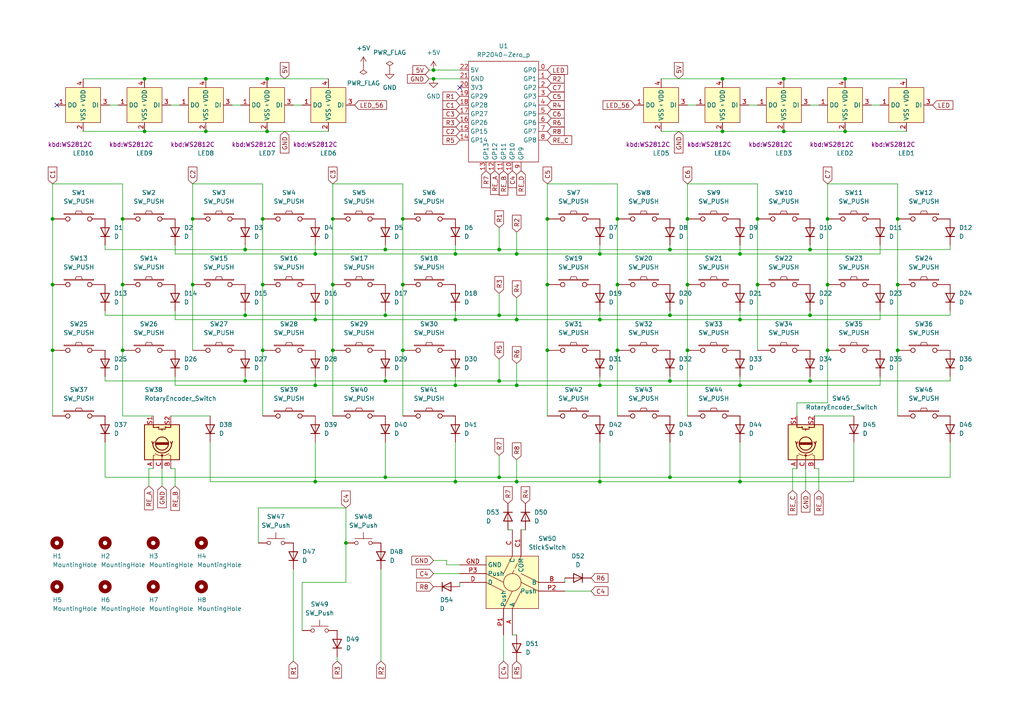
<source format=kicad_sch>
(kicad_sch (version 20230121) (generator eeschema)
  (paper "A4")
  (junction (at 132.08 92.71))
  (junction (at 41.91 38.1))
  (junction (at 132.08 111.76))
  (junction (at 111.76 91.44))
  (junction (at 71.12 72.39))
  (junction (at 194.31 91.44))
  (junction (at 194.31 110.49))
  (junction (at 111.76 138.43))
  (junction (at 227.33 38.1))
  (junction (at 144.78 138.43))
  (junction (at 96.52 82.55))
  (junction (at 132.08 139.7))
  (junction (at 158.75 101.6))
  (junction (at 35.56 82.55))
  (junction (at 111.76 110.49))
  (junction (at 199.39 82.55))
  (junction (at 179.07 101.6))
  (junction (at 214.63 92.71))
  (junction (at 219.71 82.55))
  (junction (at 173.99 73.66))
  (junction (at 35.56 63.5))
  (junction (at 199.39 101.6))
  (junction (at 149.86 92.71))
  (junction (at 245.11 38.1))
  (junction (at 234.95 91.44))
  (junction (at 214.63 139.7))
  (junction (at 96.52 63.5))
  (junction (at 179.07 63.5))
  (junction (at 214.63 111.76))
  (junction (at 116.84 82.55))
  (junction (at 35.56 101.6))
  (junction (at 194.31 72.39))
  (junction (at 125.73 22.86))
  (junction (at 240.03 82.55))
  (junction (at 214.63 73.66))
  (junction (at 76.2 101.6))
  (junction (at 76.2 63.5))
  (junction (at 91.44 111.76))
  (junction (at 234.95 72.39))
  (junction (at 59.69 22.86))
  (junction (at 209.55 22.86))
  (junction (at 132.08 73.66))
  (junction (at 173.99 111.76))
  (junction (at 234.95 110.49))
  (junction (at 219.71 63.5))
  (junction (at 227.33 22.86))
  (junction (at 149.86 139.7))
  (junction (at 59.69 38.1))
  (junction (at 55.88 63.5))
  (junction (at 209.55 38.1))
  (junction (at 15.24 63.5))
  (junction (at 144.78 91.44))
  (junction (at 260.35 101.6))
  (junction (at 149.86 111.76))
  (junction (at 240.03 101.6))
  (junction (at 71.12 110.49))
  (junction (at 91.44 73.66))
  (junction (at 149.86 73.66))
  (junction (at 77.47 22.86))
  (junction (at 55.88 82.55))
  (junction (at 144.78 110.49))
  (junction (at 91.44 92.71))
  (junction (at 194.31 138.43))
  (junction (at 158.75 63.5))
  (junction (at 116.84 101.6))
  (junction (at 245.11 22.86))
  (junction (at 240.03 63.5))
  (junction (at 158.75 82.55))
  (junction (at 96.52 101.6))
  (junction (at 15.24 82.55))
  (junction (at 173.99 92.71))
  (junction (at 144.78 72.39))
  (junction (at 179.07 82.55))
  (junction (at 125.73 20.32))
  (junction (at 76.2 82.55))
  (junction (at 111.76 72.39))
  (junction (at 100.33 157.48))
  (junction (at 91.44 139.7))
  (junction (at 116.84 63.5))
  (junction (at 260.35 82.55))
  (junction (at 199.39 63.5))
  (junction (at 71.12 91.44))
  (junction (at 41.91 22.86))
  (junction (at 260.35 63.5))
  (junction (at 15.24 101.6))
  (junction (at 173.99 139.7))
  (junction (at 77.47 38.1))
  (no_connect (at 16.51 30.48))
  (no_connect (at 133.35 25.4))
  (wire (pts (xy 149.86 133.35) (xy 149.86 139.7)))
  (wire (pts (xy 71.12 90.17) (xy 71.12 91.44)))
  (wire (pts (xy 71.12 72.39) (xy 71.12 71.12)))
  (wire (pts (xy 234.95 91.44) (xy 275.59 91.44)))
  (wire (pts (xy 67.31 30.48) (xy 69.85 30.48)))
  (wire (pts (xy 71.12 109.22) (xy 71.12 110.49)))
  (wire (pts (xy 191.77 38.1) (xy 209.55 38.1)))
  (wire (pts (xy 35.56 101.6) (xy 35.56 120.65)))
  (wire (pts (xy 219.71 53.34) (xy 219.71 63.5)))
  (wire (pts (xy 60.96 139.7) (xy 91.44 139.7)))
  (wire (pts (xy 191.77 22.86) (xy 209.55 22.86)))
  (wire (pts (xy 173.99 109.22) (xy 173.99 111.76)))
  (wire (pts (xy 30.48 90.17) (xy 30.48 91.44)))
  (wire (pts (xy 111.76 128.27) (xy 111.76 138.43)))
  (wire (pts (xy 245.11 38.1) (xy 262.89 38.1)))
  (wire (pts (xy 179.07 101.6) (xy 179.07 120.65)))
  (wire (pts (xy 194.31 109.22) (xy 194.31 110.49)))
  (wire (pts (xy 15.24 63.5) (xy 15.24 82.55)))
  (wire (pts (xy 252.73 30.48) (xy 255.27 30.48)))
  (wire (pts (xy 129.54 163.83) (xy 133.35 163.83)))
  (wire (pts (xy 30.48 91.44) (xy 71.12 91.44)))
  (wire (pts (xy 214.63 71.12) (xy 214.63 73.66)))
  (wire (pts (xy 233.68 135.89) (xy 233.68 142.24)))
  (wire (pts (xy 199.39 53.34) (xy 199.39 63.5)))
  (wire (pts (xy 91.44 90.17) (xy 91.44 92.71)))
  (wire (pts (xy 149.86 105.41) (xy 149.86 111.76)))
  (wire (pts (xy 199.39 63.5) (xy 199.39 82.55)))
  (wire (pts (xy 59.69 38.1) (xy 77.47 38.1)))
  (wire (pts (xy 209.55 22.86) (xy 227.33 22.86)))
  (wire (pts (xy 255.27 111.76) (xy 214.63 111.76)))
  (wire (pts (xy 85.09 165.1) (xy 85.09 191.77)))
  (wire (pts (xy 49.53 120.65) (xy 60.96 120.65)))
  (wire (pts (xy 116.84 53.34) (xy 116.84 63.5)))
  (wire (pts (xy 240.03 82.55) (xy 240.03 101.6)))
  (wire (pts (xy 96.52 63.5) (xy 96.52 82.55)))
  (wire (pts (xy 100.33 168.91) (xy 87.63 168.91)))
  (wire (pts (xy 194.31 128.27) (xy 194.31 138.43)))
  (wire (pts (xy 91.44 111.76) (xy 50.8 111.76)))
  (wire (pts (xy 132.08 73.66) (xy 149.86 73.66)))
  (wire (pts (xy 194.31 71.12) (xy 194.31 72.39)))
  (wire (pts (xy 91.44 109.22) (xy 91.44 111.76)))
  (wire (pts (xy 132.08 92.71) (xy 149.86 92.71)))
  (wire (pts (xy 147.32 153.67) (xy 148.59 153.67)))
  (wire (pts (xy 240.03 101.6) (xy 240.03 116.84)))
  (wire (pts (xy 240.03 53.34) (xy 240.03 63.5)))
  (wire (pts (xy 173.99 73.66) (xy 214.63 73.66)))
  (wire (pts (xy 149.86 111.76) (xy 132.08 111.76)))
  (wire (pts (xy 199.39 30.48) (xy 201.93 30.48)))
  (wire (pts (xy 55.88 53.34) (xy 76.2 53.34)))
  (wire (pts (xy 50.8 92.71) (xy 91.44 92.71)))
  (wire (pts (xy 60.96 128.27) (xy 60.96 139.7)))
  (wire (pts (xy 163.83 167.64) (xy 163.83 168.91)))
  (wire (pts (xy 260.35 82.55) (xy 260.35 101.6)))
  (wire (pts (xy 199.39 82.55) (xy 199.39 101.6)))
  (wire (pts (xy 116.84 82.55) (xy 116.84 101.6)))
  (wire (pts (xy 173.99 90.17) (xy 173.99 92.71)))
  (wire (pts (xy 275.59 91.44) (xy 275.59 90.17)))
  (wire (pts (xy 199.39 101.6) (xy 199.39 120.65)))
  (wire (pts (xy 158.75 82.55) (xy 158.75 101.6)))
  (wire (pts (xy 229.87 135.89) (xy 231.14 135.89)))
  (wire (pts (xy 125.73 22.86) (xy 133.35 22.86)))
  (wire (pts (xy 100.33 157.48) (xy 100.33 168.91)))
  (wire (pts (xy 132.08 109.22) (xy 132.08 111.76)))
  (wire (pts (xy 173.99 111.76) (xy 149.86 111.76)))
  (wire (pts (xy 96.52 101.6) (xy 96.52 120.65)))
  (wire (pts (xy 247.65 139.7) (xy 247.65 128.27)))
  (wire (pts (xy 231.14 116.84) (xy 231.14 120.65)))
  (wire (pts (xy 149.86 139.7) (xy 173.99 139.7)))
  (wire (pts (xy 30.48 110.49) (xy 71.12 110.49)))
  (wire (pts (xy 41.91 38.1) (xy 59.69 38.1)))
  (wire (pts (xy 129.54 162.56) (xy 129.54 163.83)))
  (wire (pts (xy 144.78 104.14) (xy 144.78 110.49)))
  (wire (pts (xy 30.48 72.39) (xy 71.12 72.39)))
  (wire (pts (xy 46.99 135.89) (xy 46.99 140.97)))
  (wire (pts (xy 234.95 30.48) (xy 237.49 30.48)))
  (wire (pts (xy 85.09 30.48) (xy 87.63 30.48)))
  (wire (pts (xy 30.48 71.12) (xy 30.48 72.39)))
  (wire (pts (xy 76.2 53.34) (xy 76.2 63.5)))
  (wire (pts (xy 30.48 109.22) (xy 30.48 110.49)))
  (wire (pts (xy 111.76 91.44) (xy 144.78 91.44)))
  (wire (pts (xy 110.49 165.1) (xy 110.49 191.77)))
  (wire (pts (xy 236.22 120.65) (xy 247.65 120.65)))
  (wire (pts (xy 59.69 22.86) (xy 77.47 22.86)))
  (wire (pts (xy 132.08 90.17) (xy 132.08 92.71)))
  (wire (pts (xy 260.35 53.34) (xy 260.35 63.5)))
  (wire (pts (xy 49.53 30.48) (xy 52.07 30.48)))
  (wire (pts (xy 234.95 71.12) (xy 234.95 72.39)))
  (wire (pts (xy 111.76 138.43) (xy 144.78 138.43)))
  (wire (pts (xy 111.76 72.39) (xy 111.76 71.12)))
  (wire (pts (xy 30.48 138.43) (xy 111.76 138.43)))
  (wire (pts (xy 194.31 91.44) (xy 234.95 91.44)))
  (wire (pts (xy 133.35 170.18) (xy 133.35 168.91)))
  (wire (pts (xy 35.56 82.55) (xy 35.56 101.6)))
  (wire (pts (xy 275.59 72.39) (xy 275.59 71.12)))
  (wire (pts (xy 125.73 20.32) (xy 133.35 20.32)))
  (wire (pts (xy 91.44 73.66) (xy 132.08 73.66)))
  (wire (pts (xy 116.84 101.6) (xy 116.84 120.65)))
  (wire (pts (xy 237.49 142.24) (xy 237.49 135.89)))
  (wire (pts (xy 245.11 22.86) (xy 262.89 22.86)))
  (wire (pts (xy 76.2 82.55) (xy 76.2 101.6)))
  (wire (pts (xy 132.08 128.27) (xy 132.08 139.7)))
  (wire (pts (xy 50.8 111.76) (xy 50.8 109.22)))
  (wire (pts (xy 50.8 73.66) (xy 91.44 73.66)))
  (wire (pts (xy 50.8 71.12) (xy 50.8 73.66)))
  (wire (pts (xy 50.8 90.17) (xy 50.8 92.71)))
  (wire (pts (xy 260.35 101.6) (xy 260.35 120.65)))
  (wire (pts (xy 15.24 53.34) (xy 15.24 63.5)))
  (wire (pts (xy 35.56 120.65) (xy 44.45 120.65)))
  (wire (pts (xy 214.63 92.71) (xy 255.27 92.71)))
  (wire (pts (xy 124.46 20.32) (xy 125.73 20.32)))
  (wire (pts (xy 149.86 73.66) (xy 173.99 73.66)))
  (wire (pts (xy 77.47 22.86) (xy 95.25 22.86)))
  (wire (pts (xy 214.63 90.17) (xy 214.63 92.71)))
  (wire (pts (xy 219.71 63.5) (xy 219.71 82.55)))
  (wire (pts (xy 179.07 53.34) (xy 179.07 63.5)))
  (wire (pts (xy 144.78 132.08) (xy 144.78 138.43)))
  (wire (pts (xy 91.44 128.27) (xy 91.44 139.7)))
  (wire (pts (xy 219.71 82.55) (xy 219.71 101.6)))
  (wire (pts (xy 217.17 30.48) (xy 219.71 30.48)))
  (wire (pts (xy 152.4 153.67) (xy 151.13 153.67)))
  (wire (pts (xy 50.8 135.89) (xy 49.53 135.89)))
  (wire (pts (xy 144.78 85.09) (xy 144.78 91.44)))
  (wire (pts (xy 144.78 72.39) (xy 194.31 72.39)))
  (wire (pts (xy 158.75 63.5) (xy 158.75 82.55)))
  (wire (pts (xy 146.05 191.77) (xy 146.05 184.15)))
  (wire (pts (xy 96.52 53.34) (xy 96.52 63.5)))
  (wire (pts (xy 144.78 110.49) (xy 194.31 110.49)))
  (wire (pts (xy 227.33 22.86) (xy 245.11 22.86)))
  (wire (pts (xy 234.95 72.39) (xy 275.59 72.39)))
  (wire (pts (xy 77.47 38.1) (xy 95.25 38.1)))
  (wire (pts (xy 41.91 22.86) (xy 59.69 22.86)))
  (wire (pts (xy 194.31 110.49) (xy 234.95 110.49)))
  (wire (pts (xy 132.08 139.7) (xy 149.86 139.7)))
  (wire (pts (xy 255.27 109.22) (xy 255.27 111.76)))
  (wire (pts (xy 132.08 71.12) (xy 132.08 73.66)))
  (wire (pts (xy 240.03 53.34) (xy 260.35 53.34)))
  (wire (pts (xy 171.45 171.45) (xy 163.83 171.45)))
  (wire (pts (xy 214.63 128.27) (xy 214.63 139.7)))
  (wire (pts (xy 91.44 92.71) (xy 132.08 92.71)))
  (wire (pts (xy 158.75 101.6) (xy 158.75 120.65)))
  (wire (pts (xy 234.95 90.17) (xy 234.95 91.44)))
  (wire (pts (xy 71.12 91.44) (xy 111.76 91.44)))
  (wire (pts (xy 55.88 53.34) (xy 55.88 63.5)))
  (wire (pts (xy 234.95 110.49) (xy 275.59 110.49)))
  (wire (pts (xy 199.39 53.34) (xy 219.71 53.34)))
  (wire (pts (xy 209.55 38.1) (xy 227.33 38.1)))
  (wire (pts (xy 15.24 53.34) (xy 35.56 53.34)))
  (wire (pts (xy 214.63 73.66) (xy 255.27 73.66)))
  (wire (pts (xy 214.63 139.7) (xy 247.65 139.7)))
  (wire (pts (xy 35.56 63.5) (xy 35.56 82.55)))
  (wire (pts (xy 149.86 67.31) (xy 149.86 73.66)))
  (wire (pts (xy 144.78 91.44) (xy 194.31 91.44)))
  (wire (pts (xy 111.76 72.39) (xy 144.78 72.39)))
  (wire (pts (xy 15.24 101.6) (xy 15.24 120.65)))
  (wire (pts (xy 275.59 110.49) (xy 275.59 109.22)))
  (wire (pts (xy 74.93 147.32) (xy 100.33 147.32)))
  (wire (pts (xy 35.56 53.34) (xy 35.56 63.5)))
  (wire (pts (xy 96.52 82.55) (xy 96.52 101.6)))
  (wire (pts (xy 76.2 63.5) (xy 76.2 82.55)))
  (wire (pts (xy 111.76 109.22) (xy 111.76 110.49)))
  (wire (pts (xy 179.07 82.55) (xy 179.07 101.6)))
  (wire (pts (xy 111.76 110.49) (xy 144.78 110.49)))
  (wire (pts (xy 255.27 73.66) (xy 255.27 71.12)))
  (wire (pts (xy 149.86 86.36) (xy 149.86 92.71)))
  (wire (pts (xy 55.88 63.5) (xy 55.88 82.55)))
  (wire (pts (xy 71.12 72.39) (xy 111.76 72.39)))
  (wire (pts (xy 76.2 101.6) (xy 76.2 120.65)))
  (wire (pts (xy 125.73 162.56) (xy 129.54 162.56)))
  (wire (pts (xy 87.63 168.91) (xy 87.63 182.88)))
  (wire (pts (xy 173.99 139.7) (xy 214.63 139.7)))
  (wire (pts (xy 30.48 128.27) (xy 30.48 138.43)))
  (wire (pts (xy 97.79 190.5) (xy 97.79 191.77)))
  (wire (pts (xy 43.18 135.89) (xy 44.45 135.89)))
  (wire (pts (xy 96.52 53.34) (xy 116.84 53.34)))
  (wire (pts (xy 173.99 71.12) (xy 173.99 73.66)))
  (wire (pts (xy 149.86 184.15) (xy 148.59 184.15)))
  (wire (pts (xy 240.03 116.84) (xy 231.14 116.84)))
  (wire (pts (xy 194.31 72.39) (xy 234.95 72.39)))
  (wire (pts (xy 158.75 53.34) (xy 179.07 53.34)))
  (wire (pts (xy 194.31 138.43) (xy 275.59 138.43)))
  (wire (pts (xy 125.73 166.37) (xy 133.35 166.37)))
  (wire (pts (xy 179.07 63.5) (xy 179.07 82.55)))
  (wire (pts (xy 237.49 135.89) (xy 236.22 135.89)))
  (wire (pts (xy 43.18 140.97) (xy 43.18 135.89)))
  (wire (pts (xy 214.63 111.76) (xy 173.99 111.76)))
  (wire (pts (xy 71.12 110.49) (xy 111.76 110.49)))
  (wire (pts (xy 100.33 157.48) (xy 100.33 147.32)))
  (wire (pts (xy 229.87 142.24) (xy 229.87 135.89)))
  (wire (pts (xy 91.44 71.12) (xy 91.44 73.66)))
  (wire (pts (xy 255.27 92.71) (xy 255.27 90.17)))
  (wire (pts (xy 74.93 157.48) (xy 74.93 147.32)))
  (wire (pts (xy 15.24 82.55) (xy 15.24 101.6)))
  (wire (pts (xy 260.35 63.5) (xy 260.35 82.55)))
  (wire (pts (xy 24.13 38.1) (xy 41.91 38.1)))
  (wire (pts (xy 124.46 22.86) (xy 125.73 22.86)))
  (wire (pts (xy 149.86 92.71) (xy 173.99 92.71)))
  (wire (pts (xy 24.13 22.86) (xy 41.91 22.86)))
  (wire (pts (xy 240.03 63.5) (xy 240.03 82.55)))
  (wire (pts (xy 55.88 82.55) (xy 55.88 101.6)))
  (wire (pts (xy 194.31 90.17) (xy 194.31 91.44)))
  (wire (pts (xy 144.78 66.04) (xy 144.78 72.39)))
  (wire (pts (xy 234.95 109.22) (xy 234.95 110.49)))
  (wire (pts (xy 227.33 38.1) (xy 245.11 38.1)))
  (wire (pts (xy 132.08 111.76) (xy 91.44 111.76)))
  (wire (pts (xy 31.75 30.48) (xy 34.29 30.48)))
  (wire (pts (xy 144.78 138.43) (xy 194.31 138.43)))
  (wire (pts (xy 91.44 139.7) (xy 132.08 139.7)))
  (wire (pts (xy 158.75 53.34) (xy 158.75 63.5)))
  (wire (pts (xy 111.76 90.17) (xy 111.76 91.44)))
  (wire (pts (xy 214.63 109.22) (xy 214.63 111.76)))
  (wire (pts (xy 116.84 63.5) (xy 116.84 82.55)))
  (wire (pts (xy 50.8 140.97) (xy 50.8 135.89)))
  (wire (pts (xy 275.59 138.43) (xy 275.59 128.27)))
  (wire (pts (xy 173.99 92.71) (xy 214.63 92.71)))
  (wire (pts (xy 173.99 128.27) (xy 173.99 139.7)))
  (global_label "LED" (shape input) (at 158.75 20.32 0) (property "Intersheetrefs" "${INTERSHEET_REFS}" (effects hide)))
  (global_label "C6" (shape input) (at 158.75 33.02 0) (property "Intersheetrefs" "${INTERSHEET_REFS}" (effects hide)))
  (global_label "R3" (shape input) (at 133.35 35.56 180) (property "Intersheetrefs" "${INTERSHEET_REFS}" (effects hide)))
  (global_label "RE_D" (shape input) (at 151.13 49.53 270) (property "Intersheetrefs" "${INTERSHEET_REFS}" (effects hide)))
  (global_label "RE_D" (shape input) (at 237.49 142.24 270) (property "Intersheetrefs" "${INTERSHEET_REFS}" (effects hide)))
  (global_label "R6" (shape input) (at 158.75 35.56 0) (property "Intersheetrefs" "${INTERSHEET_REFS}" (effects hide)))
  (global_label "C4" (shape input) (at 171.45 171.45 0) (property "Intersheetrefs" "${INTERSHEET_REFS}" (effects hide)))
  (global_label "RE_A" (shape input) (at 43.18 140.97 270) (property "Intersheetrefs" "${INTERSHEET_REFS}" (effects hide)))
  (global_label "GND" (shape input) (at 82.55 38.1 270) (property "Intersheetrefs" "${INTERSHEET_REFS}" (effects hide)))
  (global_label "R7" (shape input) (at 140.97 49.53 270) (property "Intersheetrefs" "${INTERSHEET_REFS}" (effects hide)))
  (global_label "LED" (shape input) (at 270.51 30.48 0) (property "Intersheetrefs" "${INTERSHEET_REFS}" (effects hide)))
  (global_label "C4" (shape input) (at 148.59 49.53 270) (property "Intersheetrefs" "${INTERSHEET_REFS}" (effects hide)))
  (global_label "R6" (shape input) (at 149.86 105.41 90) (property "Intersheetrefs" "${INTERSHEET_REFS}" (effects hide)))
  (global_label "C1" (shape input) (at 133.35 30.48 180) (property "Intersheetrefs" "${INTERSHEET_REFS}" (effects hide)))
  (global_label "RE_B" (shape input) (at 146.05 49.53 270) (property "Intersheetrefs" "${INTERSHEET_REFS}" (effects hide)))
  (global_label "C4" (shape input) (at 100.33 147.32 90) (property "Intersheetrefs" "${INTERSHEET_REFS}" (effects hide)))
  (global_label "R5" (shape input) (at 144.78 104.14 90) (property "Intersheetrefs" "${INTERSHEET_REFS}" (effects hide)))
  (global_label "GND" (shape input) (at 196.85 38.1 270) (property "Intersheetrefs" "${INTERSHEET_REFS}" (effects hide)))
  (global_label "R2" (shape input) (at 110.49 191.77 270) (property "Intersheetrefs" "${INTERSHEET_REFS}" (effects hide)))
  (global_label "R1" (shape input) (at 133.35 27.94 180) (property "Intersheetrefs" "${INTERSHEET_REFS}" (effects hide)))
  (global_label "C5" (shape input) (at 158.75 27.94 0) (property "Intersheetrefs" "${INTERSHEET_REFS}" (effects hide)))
  (global_label "C2" (shape input) (at 55.88 53.34 90) (property "Intersheetrefs" "${INTERSHEET_REFS}" (effects hide)))
  (global_label "R8" (shape input) (at 125.73 170.18 180) (property "Intersheetrefs" "${INTERSHEET_REFS}" (effects hide)))
  (global_label "C1" (shape input) (at 15.24 53.34 90) (property "Intersheetrefs" "${INTERSHEET_REFS}" (effects hide)))
  (global_label "RE_C" (shape input) (at 158.75 40.64 0) (property "Intersheetrefs" "${INTERSHEET_REFS}" (effects hide)))
  (global_label "R1" (shape input) (at 85.09 191.77 270) (property "Intersheetrefs" "${INTERSHEET_REFS}" (effects hide)))
  (global_label "C4" (shape input) (at 125.73 166.37 180) (property "Intersheetrefs" "${INTERSHEET_REFS}" (effects hide)))
  (global_label "R5" (shape input) (at 149.86 191.77 270) (property "Intersheetrefs" "${INTERSHEET_REFS}" (effects hide)))
  (global_label "C2" (shape input) (at 133.35 38.1 180) (property "Intersheetrefs" "${INTERSHEET_REFS}" (effects hide)))
  (global_label "R4" (shape input) (at 158.75 30.48 0) (property "Intersheetrefs" "${INTERSHEET_REFS}" (effects hide)))
  (global_label "C5" (shape input) (at 158.75 53.34 90) (property "Intersheetrefs" "${INTERSHEET_REFS}" (effects hide)))
  (global_label "R6" (shape input) (at 171.45 167.64 0) (property "Intersheetrefs" "${INTERSHEET_REFS}" (effects hide)))
  (global_label "C3" (shape input) (at 96.52 53.34 90) (property "Intersheetrefs" "${INTERSHEET_REFS}" (effects hide)))
  (global_label "C7" (shape input) (at 240.03 53.34 90) (property "Intersheetrefs" "${INTERSHEET_REFS}" (effects hide)))
  (global_label "RE_A" (shape input) (at 143.51 49.53 270) (property "Intersheetrefs" "${INTERSHEET_REFS}" (effects hide)))
  (global_label "GND" (shape input) (at 124.46 22.86 180) (property "Intersheetrefs" "${INTERSHEET_REFS}" (effects hide)))
  (global_label "5V" (shape input) (at 124.46 20.32 180) (property "Intersheetrefs" "${INTERSHEET_REFS}" (effects hide)))
  (global_label "C4" (shape input) (at 146.05 191.77 270) (property "Intersheetrefs" "${INTERSHEET_REFS}" (effects hide)))
  (global_label "RE_C" (shape input) (at 229.87 142.24 270) (property "Intersheetrefs" "${INTERSHEET_REFS}" (effects hide)))
  (global_label "R2" (shape input) (at 149.86 67.31 90) (property "Intersheetrefs" "${INTERSHEET_REFS}" (effects hide)))
  (global_label "5V" (shape input) (at 196.85 22.86 90) (property "Intersheetrefs" "${INTERSHEET_REFS}" (effects hide)))
  (global_label "GND" (shape input) (at 233.68 142.24 270) (property "Intersheetrefs" "${INTERSHEET_REFS}" (effects hide)))
  (global_label "R4" (shape input) (at 152.4 146.05 90) (property "Intersheetrefs" "${INTERSHEET_REFS}" (effects hide)))
  (global_label "5V" (shape input) (at 82.55 22.86 90) (property "Intersheetrefs" "${INTERSHEET_REFS}" (effects hide)))
  (global_label "R8" (shape input) (at 149.86 133.35 90) (property "Intersheetrefs" "${INTERSHEET_REFS}" (effects hide)))
  (global_label "R1" (shape input) (at 144.78 66.04 90) (property "Intersheetrefs" "${INTERSHEET_REFS}" (effects hide)))
  (global_label "R7" (shape input) (at 144.78 132.08 90) (property "Intersheetrefs" "${INTERSHEET_REFS}" (effects hide)))
  (global_label "C7" (shape input) (at 158.75 25.4 0) (property "Intersheetrefs" "${INTERSHEET_REFS}" (effects hide)))
  (global_label "C6" (shape input) (at 199.39 53.34 90) (property "Intersheetrefs" "${INTERSHEET_REFS}" (effects hide)))
  (global_label "GND" (shape input) (at 125.73 162.56 180) (property "Intersheetrefs" "${INTERSHEET_REFS}" (effects hide)))
  (global_label "LED_56" (shape input) (at 184.15 30.48 180) (property "Intersheetrefs" "${INTERSHEET_REFS}" (effects hide)))
  (global_label "R2" (shape input) (at 158.75 22.86 0) (property "Intersheetrefs" "${INTERSHEET_REFS}" (effects hide)))
  (global_label "R5" (shape input) (at 133.35 40.64 180) (property "Intersheetrefs" "${INTERSHEET_REFS}" (effects hide)))
  (global_label "C3" (shape input) (at 133.35 33.02 180) (property "Intersheetrefs" "${INTERSHEET_REFS}" (effects hide)))
  (global_label "RE_B" (shape input) (at 50.8 140.97 270) (property "Intersheetrefs" "${INTERSHEET_REFS}" (effects hide)))
  (global_label "R3" (shape input) (at 144.78 85.09 90) (property "Intersheetrefs" "${INTERSHEET_REFS}" (effects hide)))
  (global_label "R3" (shape input) (at 97.79 191.77 270) (property "Intersheetrefs" "${INTERSHEET_REFS}" (effects hide)))
  (global_label "LED_56" (shape input) (at 102.87 30.48 0) (property "Intersheetrefs" "${INTERSHEET_REFS}" (effects hide)))
  (global_label "R4" (shape input) (at 149.86 86.36 90) (property "Intersheetrefs" "${INTERSHEET_REFS}" (effects hide)))
  (global_label "R7" (shape input) (at 147.32 146.05 90) (property "Intersheetrefs" "${INTERSHEET_REFS}" (effects hide)))
  (global_label "R8" (shape input) (at 158.75 38.1 0) (property "Intersheetrefs" "${INTERSHEET_REFS}" (effects hide)))
  (global_label "GND" (shape input) (at 46.99 140.97 270) (property "Intersheetrefs" "${INTERSHEET_REFS}" (effects hide)))
  (symbol (lib_id "power:+5V") (at 105.41 19.05 0) (unit 1)
    (property "Reference" "#PWR03" (effects hide))
    (property "Value" "+5V" (at 105.41 13.97 0))
  )
  (symbol (lib_id "Mechanical:MountingHole") (at 16.51 170.18 0) (unit 1)
    (property "Reference" "H5" (at 15.24 173.99 0) (effects (justify left)))
    (property "Value" "MountingHole" (at 15.24 176.53 0) (effects (justify left)))
    (property "Footprint" "kbd:TH_M2_spacer_hex_3" (effects hide))
  )
  (symbol (lib_id "kbd:SW_PUSH") (at 227.33 82.55 0) (unit 1)
    (property "Reference" "SW22" (at 227.33 74.93 0))
    (property "Value" "SW_PUSH" (at 227.33 77.47 0))
    (property "Footprint" "kbd:chocV1_V2_socket_1" (effects hide))
  )
  (symbol (lib_id "kbd:SW_PUSH") (at 267.97 120.65 0) (unit 1)
    (property "Reference" "SW46" (at 267.97 113.03 0))
    (property "Value" "SW_PUSH" (at 267.97 115.57 0))
    (property "Footprint" "kbd:chocV1_V2_socket_1" (effects hide))
  )
  (symbol (lib_id "Mechanical:MountingHole") (at 16.51 157.48 0) (unit 1)
    (property "Reference" "H1" (at 15.24 161.29 0) (effects (justify left)))
    (property "Value" "MountingHole" (at 15.24 163.83 0) (effects (justify left)))
    (property "Footprint" "kbd:TH_M2_spacer_hex_3" (effects hide))
  )
  (symbol (lib_id "kbd:RP2040-Zero_p") (at 146.05 34.29 0) (unit 1)
    (property "Reference" "U1" (at 146.05 13.335 0))
    (property "Value" "RP2040-Zero_p" (at 146.05 15.875 0))
    (property "Footprint" "kbd:RP2040-Zero_SM_B_v4" (effects hide))
  )
  (symbol (lib_id "kbd:WS2812C") (at 227.33 30.48 180) (unit 1)
    (property "Reference" "LED3" (at 227.33 44.45 0))
    (property "Value" "~" (at 227.33 30.48 0))
    (property "Footprint" "kbd:WS2812C" (at 223.52 41.91 0))
  )
  (symbol (lib_id "power:+5V") (at 125.73 20.32 0) (unit 1)
    (property "Reference" "#PWR01" (effects hide))
    (property "Value" "+5V" (at 125.73 15.24 0))
  )
  (symbol (lib_id "Device:D") (at 132.08 105.41 90) (unit 1)
    (property "Reference" "D30" (at 134.62 104.14 90) (effects (justify right)))
    (property "Value" "D" (at 134.62 106.68 90) (effects (justify right)))
    (property "Footprint" "kbd:ChocV1_V2_Hotswap" (effects hide))
    (property "Sim.Device" "D" (effects hide))
    (property "Sim.Pins" "1=K 2=A" (effects hide))
  )
  (symbol (lib_id "kbd:SW_PUSH") (at 83.82 120.65 0) (unit 1)
    (property "Reference" "SW39" (at 83.82 113.03 0))
    (property "Value" "SW_PUSH" (at 83.82 115.57 0))
    (property "Footprint" "kbd:chocV1_V2_socket_1" (effects hide))
  )
  (symbol (lib_id "Device:D") (at 91.44 105.41 90) (unit 1)
    (property "Reference" "D28" (at 93.98 104.14 90) (effects (justify right)))
    (property "Value" "D" (at 93.98 106.68 90) (effects (justify right)))
    (property "Footprint" "kbd:ChocV1_V2_Hotswap" (effects hide))
    (property "Sim.Device" "D" (effects hide))
    (property "Sim.Pins" "1=K 2=A" (effects hide))
  )
  (symbol (lib_id "kbd:SW_PUSH") (at 207.01 63.5 0) (unit 1)
    (property "Reference" "SW9" (at 207.01 55.88 0))
    (property "Value" "SW_PUSH" (at 207.01 58.42 0))
    (property "Footprint" "kbd:chocV1_V2_socket_1" (effects hide))
  )
  (symbol (lib_id "Device:D") (at 214.63 124.46 90) (unit 1)
    (property "Reference" "D44" (at 217.17 123.19 90) (effects (justify right)))
    (property "Value" "D" (at 217.17 125.73 90) (effects (justify right)))
    (property "Footprint" "kbd:ChocV1_V2_Hotswap" (effects hide))
    (property "Sim.Device" "D" (effects hide))
    (property "Sim.Pins" "1=K 2=A" (effects hide))
  )
  (symbol (lib_id "Device:RotaryEncoder_Switch") (at 233.68 128.27 90) (unit 1)
    (property "Reference" "SW45" (at 241.3 115.57 90) (effects (justify right)))
    (property "Value" "RotaryEncoder_Switch" (at 233.68 118.11 90) (effects (justify right)))
    (property "Footprint" "kbd:EC12D_RE" (effects hide))
  )
  (symbol (lib_id "Device:D") (at 255.27 105.41 90) (unit 1)
    (property "Reference" "D35" (at 257.81 104.14 90) (effects (justify right)))
    (property "Value" "D" (at 257.81 106.68 90) (effects (justify right)))
    (property "Footprint" "kbd:ChocV1_V2_Hotswap" (effects hide))
    (property "Sim.Device" "D" (effects hide))
    (property "Sim.Pins" "1=K 2=A" (effects hide))
  )
  (symbol (lib_id "kbd:WS2812C") (at 77.47 30.48 180) (unit 1)
    (property "Reference" "LED7" (at 77.47 44.45 0))
    (property "Value" "~" (at 77.47 30.48 0))
    (property "Footprint" "kbd:WS2812C" (at 73.66 41.91 0))
  )
  (symbol (lib_id "Device:D") (at 275.59 67.31 90) (unit 1)
    (property "Reference" "D12" (at 278.13 66.04 90) (effects (justify right)))
    (property "Value" "D" (at 278.13 68.58 90) (effects (justify right)))
    (property "Footprint" "kbd:ChocV1_V2_Hotswap" (effects hide))
    (property "Sim.Device" "D" (effects hide))
    (property "Sim.Pins" "1=K 2=A" (effects hide))
  )
  (symbol (lib_id "kbd:SW_PUSH") (at 186.69 101.6 0) (unit 1)
    (property "Reference" "SW32" (at 186.69 93.98 0))
    (property "Value" "SW_PUSH" (at 186.69 96.52 0))
    (property "Footprint" "kbd:chocV1_V2_socket_1" (effects hide))
  )
  (symbol (lib_id "kbd:SW_PUSH") (at 63.5 101.6 0) (unit 1)
    (property "Reference" "SW27" (at 63.5 93.98 0))
    (property "Value" "SW_PUSH" (at 63.5 96.52 0))
    (property "Footprint" "kbd:chocV1_V2_socket_1" (effects hide))
  )
  (symbol (lib_id "Device:D") (at 30.48 86.36 90) (unit 1)
    (property "Reference" "D13" (at 33.02 85.09 90) (effects (justify right)))
    (property "Value" "D" (at 33.02 87.63 90) (effects (justify right)))
    (property "Footprint" "kbd:ChocV1_V2_Hotswap" (effects hide))
    (property "Sim.Device" "D" (effects hide))
    (property "Sim.Pins" "1=K 2=A" (effects hide))
  )
  (symbol (lib_id "Switch:SW_Push") (at 92.71 182.88 0) (unit 1)
    (property "Reference" "SW49" (at 92.71 175.26 0))
    (property "Value" "SW_Push" (at 92.71 177.8 0))
    (property "Footprint" "kbd:SKRAAWE010_1" (effects hide))
  )
  (symbol (lib_id "Device:D") (at 85.09 161.29 90) (unit 1)
    (property "Reference" "D47" (at 87.63 160.02 90) (effects (justify right)))
    (property "Value" "D" (at 87.63 162.56 90) (effects (justify right)))
    (property "Footprint" "kbd:ChocV1_V2_Hotswap" (effects hide))
    (property "Sim.Device" "D" (effects hide))
    (property "Sim.Pins" "1=K 2=A" (effects hide))
  )
  (symbol (lib_id "Device:D") (at 30.48 124.46 90) (unit 1)
    (property "Reference" "D37" (at 33.02 123.19 90) (effects (justify right)))
    (property "Value" "D" (at 33.02 125.73 90) (effects (justify right)))
    (property "Footprint" "kbd:ChocV1_V2_Hotswap" (effects hide))
    (property "Sim.Device" "D" (effects hide))
    (property "Sim.Pins" "1=K 2=A" (effects hide))
  )
  (symbol (lib_id "kbd:SW_PUSH") (at 43.18 82.55 0) (unit 1)
    (property "Reference" "SW14" (at 43.18 74.93 0))
    (property "Value" "SW_PUSH" (at 43.18 77.47 0))
    (property "Footprint" "kbd:chocV1_V2_socket_1" (effects hide))
  )
  (symbol (lib_id "Device:D") (at 194.31 124.46 90) (unit 1)
    (property "Reference" "D43" (at 196.85 123.19 90) (effects (justify right)))
    (property "Value" "D" (at 196.85 125.73 90) (effects (justify right)))
    (property "Footprint" "kbd:ChocV1_V2_Hotswap" (effects hide))
    (property "Sim.Device" "D" (effects hide))
    (property "Sim.Pins" "1=K 2=A" (effects hide))
  )
  (symbol (lib_id "Device:D") (at 173.99 105.41 90) (unit 1)
    (property "Reference" "D31" (at 176.53 104.14 90) (effects (justify right)))
    (property "Value" "D" (at 176.53 106.68 90) (effects (justify right)))
    (property "Footprint" "kbd:ChocV1_V2_Hotswap" (effects hide))
    (property "Sim.Device" "D" (effects hide))
    (property "Sim.Pins" "1=K 2=A" (effects hide))
  )
  (symbol (lib_id "Device:D") (at 111.76 105.41 90) (unit 1)
    (property "Reference" "D29" (at 114.3 104.14 90) (effects (justify right)))
    (property "Value" "D" (at 114.3 106.68 90) (effects (justify right)))
    (property "Footprint" "kbd:ChocV1_V2_Hotswap" (effects hide))
    (property "Sim.Device" "D" (effects hide))
    (property "Sim.Pins" "1=K 2=A" (effects hide))
  )
  (symbol (lib_id "Device:D") (at 132.08 86.36 90) (unit 1)
    (property "Reference" "D18" (at 134.62 85.09 90) (effects (justify right)))
    (property "Value" "D" (at 134.62 87.63 90) (effects (justify right)))
    (property "Footprint" "kbd:ChocV1_V2_Hotswap" (effects hide))
    (property "Sim.Device" "D" (effects hide))
    (property "Sim.Pins" "1=K 2=A" (effects hide))
  )
  (symbol (lib_id "kbd:WS2812C") (at 24.13 30.48 180) (unit 1)
    (property "Reference" "LED10" (at 24.13 44.45 0))
    (property "Value" "~" (at 24.13 30.48 0))
    (property "Footprint" "kbd:WS2812C" (at 20.32 41.91 0))
  )
  (symbol (lib_id "kbd:SW_PUSH") (at 186.69 82.55 0) (unit 1)
    (property "Reference" "SW20" (at 186.69 74.93 0))
    (property "Value" "SW_PUSH" (at 186.69 77.47 0))
    (property "Footprint" "kbd:chocV1_V2_socket_1" (effects hide))
  )
  (symbol (lib_id "kbd:SW_PUSH") (at 186.69 120.65 0) (unit 1)
    (property "Reference" "SW43" (at 186.69 113.03 0))
    (property "Value" "SW_PUSH" (at 186.69 115.57 0))
    (property "Footprint" "kbd:chocV1_V2_socket_1" (effects hide))
  )
  (symbol (lib_id "Device:RotaryEncoder_Switch") (at 46.99 128.27 90) (unit 1)
    (property "Reference" "SW38" (at 41.91 113.03 90) (effects (justify right)))
    (property "Value" "RotaryEncoder_Switch" (at 41.91 115.57 90) (effects (justify right)))
    (property "Footprint" "kbd:EC12D_RE" (effects hide))
  )
  (symbol (lib_id "kbd:SW_PUSH") (at 22.86 120.65 0) (unit 1)
    (property "Reference" "SW37" (at 22.86 113.03 0))
    (property "Value" "SW_PUSH" (at 22.86 115.57 0))
    (property "Footprint" "kbd:chocV1_V2_socket_1" (effects hide))
  )
  (symbol (lib_id "kbd:WS2812C") (at 41.91 30.48 180) (unit 1)
    (property "Reference" "LED9" (at 41.91 44.45 0))
    (property "Value" "~" (at 41.91 30.48 0))
    (property "Footprint" "kbd:WS2812C" (at 38.1 41.91 0))
  )
  (symbol (lib_id "kbd:SW_PUSH") (at 124.46 101.6 0) (unit 1)
    (property "Reference" "SW30" (at 124.46 93.98 0))
    (property "Value" "SW_PUSH" (at 124.46 96.52 0))
    (property "Footprint" "kbd:chocV1_V2_socket_1" (effects hide))
  )
  (symbol (lib_id "Device:D") (at 111.76 86.36 90) (unit 1)
    (property "Reference" "D17" (at 114.3 85.09 90) (effects (justify right)))
    (property "Value" "D" (at 114.3 87.63 90) (effects (justify right)))
    (property "Footprint" "kbd:ChocV1_V2_Hotswap" (effects hide))
    (property "Sim.Device" "D" (effects hide))
    (property "Sim.Pins" "1=K 2=A" (effects hide))
  )
  (symbol (lib_id "Mechanical:MountingHole") (at 44.45 157.48 0) (unit 1)
    (property "Reference" "H3" (at 43.18 161.29 0) (effects (justify left)))
    (property "Value" "MountingHole" (at 43.18 163.83 0) (effects (justify left)))
    (property "Footprint" "kbd:TH_M2_spacer_hex_3" (effects hide))
  )
  (symbol (lib_id "Device:D") (at 97.79 186.69 90) (unit 1)
    (property "Reference" "D49" (at 100.33 185.42 90) (effects (justify right)))
    (property "Value" "D" (at 100.33 187.96 90) (effects (justify right)))
    (property "Footprint" "kbd:ChocV1_V2_Hotswap" (effects hide))
    (property "Sim.Device" "D" (effects hide))
    (property "Sim.Pins" "1=K 2=A" (effects hide))
  )
  (symbol (lib_id "Mechanical:MountingHole") (at 44.45 170.18 0) (unit 1)
    (property "Reference" "H7" (at 43.18 173.99 0) (effects (justify left)))
    (property "Value" "MountingHole" (at 43.18 176.53 0) (effects (justify left)))
    (property "Footprint" "kbd:TH_M2_spacer_hex_3" (effects hide))
  )
  (symbol (lib_id "Device:D") (at 149.86 187.96 90) (unit 1)
    (property "Reference" "D51" (at 152.4 186.69 90) (effects (justify right)))
    (property "Value" "D" (at 152.4 189.23 90) (effects (justify right)))
    (property "Footprint" "kbd:ChocV1_V2_Hotswap" (effects hide))
    (property "Sim.Device" "D" (effects hide))
    (property "Sim.Pins" "1=K 2=A" (effects hide))
  )
  (symbol (lib_id "Device:D") (at 194.31 86.36 90) (unit 1)
    (property "Reference" "D20" (at 196.85 85.09 90) (effects (justify right)))
    (property "Value" "D" (at 196.85 87.63 90) (effects (justify right)))
    (property "Footprint" "kbd:ChocV1_V2_Hotswap" (effects hide))
    (property "Sim.Device" "D" (effects hide))
    (property "Sim.Pins" "1=K 2=A" (effects hide))
  )
  (symbol (lib_id "kbd:SW_PUSH") (at 166.37 101.6 0) (unit 1)
    (property "Reference" "SW31" (at 166.37 93.98 0))
    (property "Value" "SW_PUSH" (at 166.37 96.52 0))
    (property "Footprint" "kbd:chocV1_V2_socket_1" (effects hide))
  )
  (symbol (lib_id "Switch:SW_Push") (at 80.01 157.48 0) (unit 1)
    (property "Reference" "SW47" (at 80.01 149.86 0))
    (property "Value" "SW_Push" (at 80.01 152.4 0))
    (property "Footprint" "kbd:SKRAAWE010_1" (effects hide))
  )
  (symbol (lib_id "Device:D") (at 167.64 167.64 180) (unit 1)
    (property "Reference" "D52" (at 167.64 161.29 0))
    (property "Value" "D" (at 167.64 163.83 0))
    (property "Footprint" "kbd:ChocV1_V2_Hotswap" (effects hide))
    (property "Sim.Device" "D" (effects hide))
    (property "Sim.Pins" "1=K 2=A" (effects hide))
  )
  (symbol (lib_id "Device:D") (at 234.95 105.41 90) (unit 1)
    (property "Reference" "D34" (at 237.49 104.14 90) (effects (justify right)))
    (property "Value" "D" (at 237.49 106.68 90) (effects (justify right)))
    (property "Footprint" "kbd:ChocV1_V2_Hotswap" (effects hide))
    (property "Sim.Device" "D" (effects hide))
    (property "Sim.Pins" "1=K 2=A" (effects hide))
  )
  (symbol (lib_id "Device:D") (at 234.95 86.36 90) (unit 1)
    (property "Reference" "D22" (at 237.49 85.09 90) (effects (justify right)))
    (property "Value" "D" (at 237.49 87.63 90) (effects (justify right)))
    (property "Footprint" "kbd:ChocV1_V2_Hotswap" (effects hide))
    (property "Sim.Device" "D" (effects hide))
    (property "Sim.Pins" "1=K 2=A" (effects hide))
  )
  (symbol (lib_id "Device:D") (at 247.65 124.46 90) (unit 1)
    (property "Reference" "D45" (at 250.19 123.19 90) (effects (justify right)))
    (property "Value" "D" (at 250.19 125.73 90) (effects (justify right)))
    (property "Footprint" "kbd:ChocV1_V2_Hotswap" (effects hide))
    (property "Sim.Device" "D" (effects hide))
    (property "Sim.Pins" "1=K 2=A" (effects hide))
  )
  (symbol (lib_id "Device:D") (at 275.59 124.46 90) (unit 1)
    (property "Reference" "D46" (at 278.13 123.19 90) (effects (justify right)))
    (property "Value" "D" (at 278.13 125.73 90) (effects (justify right)))
    (property "Footprint" "kbd:ChocV1_V2_Hotswap" (effects hide))
    (property "Sim.Device" "D" (effects hide))
    (property "Sim.Pins" "1=K 2=A" (effects hide))
  )
  (symbol (lib_id "kbd:SW_PUSH") (at 104.14 120.65 0) (unit 1)
    (property "Reference" "SW40" (at 104.14 113.03 0))
    (property "Value" "SW_PUSH" (at 104.14 115.57 0))
    (property "Footprint" "kbd:chocV1_V2_socket_1" (effects hide))
  )
  (symbol (lib_id "kbd:WS2812C") (at 245.11 30.48 180) (unit 1)
    (property "Reference" "LED2" (at 245.11 44.45 0))
    (property "Value" "~" (at 245.11 30.48 0))
    (property "Footprint" "kbd:WS2812C" (at 241.3 41.91 0))
  )
  (symbol (lib_id "kbd:SW_PUSH") (at 267.97 101.6 0) (unit 1)
    (property "Reference" "SW36" (at 267.97 93.98 0))
    (property "Value" "SW_PUSH" (at 267.97 96.52 0))
    (property "Footprint" "kbd:chocV1_V2_socket_1" (effects hide))
  )
  (symbol (lib_id "Device:D") (at 214.63 105.41 90) (unit 1)
    (property "Reference" "D33" (at 217.17 104.14 90) (effects (justify right)))
    (property "Value" "D" (at 217.17 106.68 90) (effects (justify right)))
    (property "Footprint" "kbd:ChocV1_V2_Hotswap" (effects hide))
    (property "Sim.Device" "D" (effects hide))
    (property "Sim.Pins" "1=K 2=A" (effects hide))
  )
  (symbol (lib_id "kbd:SW_PUSH") (at 227.33 63.5 0) (unit 1)
    (property "Reference" "SW10" (at 227.33 55.88 0))
    (property "Value" "SW_PUSH" (at 227.33 58.42 0))
    (property "Footprint" "kbd:chocV1_V2_socket_1" (effects hide))
  )
  (symbol (lib_id "Device:D") (at 91.44 67.31 90) (unit 1)
    (property "Reference" "D4" (at 93.98 66.04 90) (effects (justify right)))
    (property "Value" "D" (at 93.98 68.58 90) (effects (justify right)))
    (property "Footprint" "kbd:ChocV1_V2_Hotswap" (effects hide))
    (property "Sim.Device" "D" (effects hide))
    (property "Sim.Pins" "1=K 2=A" (effects hide))
  )
  (symbol (lib_id "Device:D") (at 214.63 67.31 90) (unit 1)
    (property "Reference" "D9" (at 217.17 66.04 90) (effects (justify right)))
    (property "Value" "D" (at 217.17 68.58 90) (effects (justify right)))
    (property "Footprint" "kbd:ChocV1_V2_Hotswap" (effects hide))
    (property "Sim.Device" "D" (effects hide))
    (property "Sim.Pins" "1=K 2=A" (effects hide))
  )
  (symbol (lib_id "kbd:WS2812C") (at 95.25 30.48 180) (unit 1)
    (property "Reference" "LED6" (at 95.25 44.45 0))
    (property "Value" "~" (at 95.25 30.48 0))
    (property "Footprint" "kbd:WS2812C" (at 91.44 41.91 0))
  )
  (symbol (lib_id "Switch:SW_Push") (at 105.41 157.48 0) (unit 1)
    (property "Reference" "SW48" (at 105.41 149.86 0))
    (property "Value" "SW_Push" (at 105.41 152.4 0))
    (property "Footprint" "kbd:SKRAAWE010_1" (effects hide))
  )
  (symbol (lib_id "Device:D") (at 91.44 124.46 90) (unit 1)
    (property "Reference" "D39" (at 93.98 123.19 90) (effects (justify right)))
    (property "Value" "D" (at 93.98 125.73 90) (effects (justify right)))
    (property "Footprint" "kbd:ChocV1_V2_Hotswap" (effects hide))
    (property "Sim.Device" "D" (effects hide))
    (property "Sim.Pins" "1=K 2=A" (effects hide))
  )
  (symbol (lib_id "kbd:SW_PUSH") (at 63.5 63.5 0) (unit 1)
    (property "Reference" "SW3" (at 63.5 55.88 0))
    (property "Value" "SW_PUSH" (at 63.5 58.42 0))
    (property "Footprint" "kbd:chocV1_V2_socket_1" (effects hide))
  )
  (symbol (lib_id "kbd:SW_PUSH") (at 267.97 82.55 0) (unit 1)
    (property "Reference" "SW24" (at 267.97 74.93 0))
    (property "Value" "SW_PUSH" (at 267.97 77.47 0))
    (property "Footprint" "kbd:chocV1_V2_socket_1" (effects hide))
  )
  (symbol (lib_id "Device:D") (at 110.49 161.29 90) (unit 1)
    (property "Reference" "D48" (at 113.03 160.02 90) (effects (justify right)))
    (property "Value" "D" (at 113.03 162.56 90) (effects (justify right)))
    (property "Footprint" "kbd:ChocV1_V2_Hotswap" (effects hide))
    (property "Sim.Device" "D" (effects hide))
    (property "Sim.Pins" "1=K 2=A" (effects hide))
  )
  (symbol (lib_id "Device:D") (at 147.32 149.86 270) (unit 1)
    (property "Reference" "D53" (at 140.97 148.59 90) (effects (justify left)))
    (property "Value" "D" (at 140.97 151.13 90) (effects (justify left)))
    (property "Footprint" "kbd:ChocV1_V2_Hotswap" (effects hide))
    (property "Sim.Device" "D" (effects hide))
    (property "Sim.Pins" "1=K 2=A" (effects hide))
  )
  (symbol (lib_id "kbd:SW_PUSH") (at 22.86 101.6 0) (unit 1)
    (property "Reference" "SW25" (at 22.86 93.98 0))
    (property "Value" "SW_PUSH" (at 22.86 96.52 0))
    (property "Footprint" "kbd:chocV1_V2_socket_1" (effects hide))
  )
  (symbol (lib_id "Mechanical:MountingHole") (at 30.48 157.48 0) (unit 1)
    (property "Reference" "H2" (at 29.21 161.29 0) (effects (justify left)))
    (property "Value" "MountingHole" (at 29.21 163.83 0) (effects (justify left)))
    (property "Footprint" "kbd:TH_M2_spacer_hex_3" (effects hide))
  )
  (symbol (lib_id "kbd:WS2812C") (at 209.55 30.48 180) (unit 1)
    (property "Reference" "LED4" (at 209.55 44.45 0))
    (property "Value" "~" (at 209.55 30.48 0))
    (property "Footprint" "kbd:WS2812C" (at 205.74 41.91 0))
  )
  (symbol (lib_id "Device:D") (at 194.31 105.41 90) (unit 1)
    (property "Reference" "D32" (at 196.85 104.14 90) (effects (justify right)))
    (property "Value" "D" (at 196.85 106.68 90) (effects (justify right)))
    (property "Footprint" "kbd:ChocV1_V2_Hotswap" (effects hide))
    (property "Sim.Device" "D" (effects hide))
    (property "Sim.Pins" "1=K 2=A" (effects hide))
  )
  (symbol (lib_id "kbd:WS2812C") (at 262.89 30.48 180) (unit 1)
    (property "Reference" "LED1" (at 262.89 44.45 0))
    (property "Value" "~" (at 262.89 30.48 0))
    (property "Footprint" "kbd:WS2812C" (at 259.08 41.91 0))
  )
  (symbol (lib_id "Device:D") (at 30.48 67.31 90) (unit 1)
    (property "Reference" "D1" (at 33.02 66.04 90) (effects (justify right)))
    (property "Value" "D" (at 33.02 68.58 90) (effects (justify right)))
    (property "Footprint" "kbd:ChocV1_V2_Hotswap" (effects hide))
    (property "Sim.Device" "D" (effects hide))
    (property "Sim.Pins" "1=K 2=A" (effects hide))
  )
  (symbol (lib_id "kbd:SW_PUSH") (at 247.65 101.6 0) (unit 1)
    (property "Reference" "SW35" (at 247.65 93.98 0))
    (property "Value" "SW_PUSH" (at 247.65 96.52 0))
    (property "Footprint" "kbd:chocV1_V2_socket_1" (effects hide))
  )
  (symbol (lib_id "kbd:SW_PUSH") (at 267.97 63.5 0) (unit 1)
    (property "Reference" "SW12" (at 267.97 55.88 0))
    (property "Value" "SW_PUSH" (at 267.97 58.42 0))
    (property "Footprint" "kbd:chocV1_V2_socket_1" (effects hide))
  )
  (symbol (lib_id "kbd:SW_PUSH") (at 227.33 101.6 0) (unit 1)
    (property "Reference" "SW34" (at 227.33 93.98 0))
    (property "Value" "SW_PUSH" (at 227.33 96.52 0))
    (property "Footprint" "kbd:chocV1_V2_socket_1" (effects hide))
  )
  (symbol (lib_id "Mechanical:MountingHole") (at 30.48 170.18 0) (unit 1)
    (property "Reference" "H6" (at 29.21 173.99 0) (effects (justify left)))
    (property "Value" "MountingHole" (at 29.21 176.53 0) (effects (justify left)))
    (property "Footprint" "kbd:TH_M2_spacer_hex_3" (effects hide))
  )
  (symbol (lib_id "Mechanical:MountingHole") (at 58.42 170.18 0) (unit 1)
    (property "Reference" "H8" (at 57.15 173.99 0) (effects (justify left)))
    (property "Value" "MountingHole" (at 57.15 176.53 0) (effects (justify left)))
    (property "Footprint" "kbd:TH_M2_spacer_hex_3" (effects hide))
  )
  (symbol (lib_id "Device:D") (at 111.76 124.46 90) (unit 1)
    (property "Reference" "D40" (at 114.3 123.19 90) (effects (justify right)))
    (property "Value" "D" (at 114.3 125.73 90) (effects (justify right)))
    (property "Footprint" "kbd:ChocV1_V2_Hotswap" (effects hide))
    (property "Sim.Device" "D" (effects hide))
    (property "Sim.Pins" "1=K 2=A" (effects hide))
  )
  (symbol (lib_id "Device:D") (at 214.63 86.36 90) (unit 1)
    (property "Reference" "D21" (at 217.17 85.09 90) (effects (justify right)))
    (property "Value" "D" (at 217.17 87.63 90) (effects (justify right)))
    (property "Footprint" "kbd:ChocV1_V2_Hotswap" (effects hide))
    (property "Sim.Device" "D" (effects hide))
    (property "Sim.Pins" "1=K 2=A" (effects hide))
  )
  (symbol (lib_id "kbd:SW_PUSH") (at 83.82 101.6 0) (unit 1)
    (property "Reference" "SW28" (at 83.82 93.98 0))
    (property "Value" "SW_PUSH" (at 83.82 96.52 0))
    (property "Footprint" "kbd:chocV1_V2_socket_1" (effects hide))
  )
  (symbol (lib_id "kbd:StickSwitch_4d_push") (at 148.59 168.91 0) (unit 1)
    (property "Reference" "SW50" (at 158.75 156.21 0))
    (property "Value" "StickSwitch" (at 158.75 158.75 0))
    (property "Footprint" "kbd:RKJXM1015004" (effects hide))
  )
  (symbol (lib_id "kbd:SW_PUSH") (at 63.5 82.55 0) (unit 1)
    (property "Reference" "SW15" (at 63.5 74.93 0))
    (property "Value" "SW_PUSH" (at 63.5 77.47 0))
    (property "Footprint" "kbd:chocV1_V2_socket_1" (effects hide))
  )
  (symbol (lib_id "Device:D") (at 129.54 170.18 0) (unit 1)
    (property "Reference" "D54" (at 129.54 173.99 0))
    (property "Value" "D" (at 128.27 176.53 0))
    (property "Footprint" "kbd:ChocV1_V2_Hotswap" (effects hide))
    (property "Sim.Device" "D" (effects hide))
    (property "Sim.Pins" "1=K 2=A" (effects hide))
  )
  (symbol (lib_id "Device:D") (at 30.48 105.41 90) (unit 1)
    (property "Reference" "D25" (at 33.02 104.14 90) (effects (justify right)))
    (property "Value" "D" (at 33.02 106.68 90) (effects (justify right)))
    (property "Footprint" "kbd:ChocV1_V2_Hotswap" (effects hide))
    (property "Sim.Device" "D" (effects hide))
    (property "Sim.Pins" "1=K 2=A" (effects hide))
  )
  (symbol (lib_id "kbd:SW_PUSH") (at 166.37 82.55 0) (unit 1)
    (property "Reference" "SW19" (at 166.37 74.93 0))
    (property "Value" "SW_PUSH" (at 166.37 77.47 0))
    (property "Footprint" "kbd:chocV1_V2_socket_1" (effects hide))
  )
  (symbol (lib_id "Mechanical:MountingHole") (at 58.42 157.48 0) (unit 1)
    (property "Reference" "H4" (at 57.15 161.29 0) (effects (justify left)))
    (property "Value" "MountingHole" (at 57.15 163.83 0) (effects (justify left)))
    (property "Footprint" "kbd:TH_M2_spacer_hex_3" (effects hide))
  )
  (symbol (lib_id "power:PWR_FLAG") (at 113.03 20.32 0) (unit 1)
    (property "Reference" "#FLG02" (effects hide))
    (property "Value" "PWR_FLAG" (at 113.03 15.24 0))
  )
  (symbol (lib_id "kbd:SW_PUSH") (at 22.86 63.5 0) (unit 1)
    (property "Reference" "SW1" (at 22.86 55.88 0))
    (property "Value" "SW_PUSH" (at 22.86 58.42 0))
    (property "Footprint" "kbd:chocV1_V2_socket_1" (effects hide))
  )
  (symbol (lib_id "Device:D") (at 173.99 67.31 90) (unit 1)
    (property "Reference" "D7" (at 176.53 66.04 90) (effects (justify right)))
    (property "Value" "D" (at 176.53 68.58 90) (effects (justify right)))
    (property "Footprint" "kbd:ChocV1_V2_Hotswap" (effects hide))
    (property "Sim.Device" "D" (effects hide))
    (property "Sim.Pins" "1=K 2=A" (effects hide))
  )
  (symbol (lib_id "kbd:WS2812C") (at 59.69 30.48 180) (unit 1)
    (property "Reference" "LED8" (at 59.69 44.45 0))
    (property "Value" "~" (at 59.69 30.48 0))
    (property "Footprint" "kbd:WS2812C" (at 55.88 41.91 0))
  )
  (symbol (lib_id "kbd:SW_PUSH") (at 166.37 63.5 0) (unit 1)
    (property "Reference" "SW7" (at 166.37 55.88 0))
    (property "Value" "SW_PUSH" (at 166.37 58.42 0))
    (property "Footprint" "kbd:chocV1_V2_socket_1" (effects hide))
  )
  (symbol (lib_id "Device:D") (at 111.76 67.31 90) (unit 1)
    (property "Reference" "D5" (at 114.3 66.04 90) (effects (justify right)))
    (property "Value" "D" (at 114.3 68.58 90) (effects (justify right)))
    (property "Footprint" "kbd:ChocV1_V2_Hotswap" (effects hide))
    (property "Sim.Device" "D" (effects hide))
    (property "Sim.Pins" "1=K 2=A" (effects hide))
  )
  (symbol (lib_id "kbd:SW_PUSH") (at 104.14 63.5 0) (unit 1)
    (property "Reference" "SW5" (at 104.14 55.88 0))
    (property "Value" "SW_PUSH" (at 104.14 58.42 0))
    (property "Footprint" "kbd:chocV1_V2_socket_1" (effects hide))
  )
  (symbol (lib_id "kbd:SW_PUSH") (at 124.46 63.5 0) (unit 1)
    (property "Reference" "SW6" (at 124.46 55.88 0))
    (property "Value" "SW_PUSH" (at 124.46 58.42 0))
    (property "Footprint" "kbd:chocV1_V2_socket_1" (effects hide))
  )
  (symbol (lib_id "Device:D") (at 173.99 124.46 90) (unit 1)
    (property "Reference" "D42" (at 176.53 123.19 90) (effects (justify right)))
    (property "Value" "D" (at 176.53 125.73 90) (effects (justify right)))
    (property "Footprint" "kbd:ChocV1_V2_Hotswap" (effects hide))
    (property "Sim.Device" "D" (effects hide))
    (property "Sim.Pins" "1=K 2=A" (effects hide))
  )
  (symbol (lib_id "Device:D") (at 255.27 67.31 90) (unit 1)
    (property "Reference" "D11" (at 257.81 66.04 90) (effects (justify right)))
    (property "Value" "D" (at 257.81 68.58 90) (effects (justify right)))
    (property "Footprint" "kbd:ChocV1_V2_Hotswap" (effects hide))
    (property "Sim.Device" "D" (effects hide))
    (property "Sim.Pins" "1=K 2=A" (effects hide))
  )
  (symbol (lib_id "kbd:SW_PUSH") (at 43.18 63.5 0) (unit 1)
    (property "Reference" "SW2" (at 43.18 55.88 0))
    (property "Value" "SW_PUSH" (at 43.18 58.42 0))
    (property "Footprint" "kbd:chocV1_V2_socket_1" (effects hide))
  )
  (symbol (lib_id "Device:D") (at 71.12 105.41 90) (unit 1)
    (property "Reference" "D27" (at 73.66 104.14 90) (effects (justify right)))
    (property "Value" "D" (at 73.66 106.68 90) (effects (justify right)))
    (property "Footprint" "kbd:ChocV1_V2_Hotswap" (effects hide))
    (property "Sim.Device" "D" (effects hide))
    (property "Sim.Pins" "1=K 2=A" (effects hide))
  )
  (symbol (lib_id "power:GND") (at 125.73 22.86 0) (unit 1)
    (property "Reference" "#PWR02" (effects hide))
    (property "Value" "GND" (at 125.73 27.94 0))
  )
  (symbol (lib_id "kbd:SW_PUSH") (at 247.65 63.5 0) (unit 1)
    (property "Reference" "SW11" (at 247.65 55.88 0))
    (property "Value" "SW_PUSH" (at 247.65 58.42 0))
    (property "Footprint" "kbd:chocV1_V2_socket_1" (effects hide))
  )
  (symbol (lib_id "kbd:SW_PUSH") (at 104.14 82.55 0) (unit 1)
    (property "Reference" "SW17" (at 104.14 74.93 0))
    (property "Value" "SW_PUSH" (at 104.14 77.47 0))
    (property "Footprint" "kbd:chocV1_V2_socket_1" (effects hide))
  )
  (symbol (lib_id "kbd:SW_PUSH") (at 186.69 63.5 0) (unit 1)
    (property "Reference" "SW8" (at 186.69 55.88 0))
    (property "Value" "SW_PUSH" (at 186.69 58.42 0))
    (property "Footprint" "kbd:chocV1_V2_socket_1" (effects hide))
  )
  (symbol (lib_id "kbd:SW_PUSH") (at 166.37 120.65 0) (unit 1)
    (property "Reference" "SW42" (at 166.37 113.03 0))
    (property "Value" "SW_PUSH" (at 166.37 115.57 0))
    (property "Footprint" "kbd:chocV1_V2_socket_1" (effects hide))
  )
  (symbol (lib_id "kbd:SW_PUSH") (at 22.86 82.55 0) (unit 1)
    (property "Reference" "SW13" (at 22.86 74.93 0))
    (property "Value" "SW_PUSH" (at 22.86 77.47 0))
    (property "Footprint" "kbd:chocV1_V2_socket_1" (effects hide))
  )
  (symbol (lib_id "kbd:SW_PUSH") (at 207.01 120.65 0) (unit 1)
    (property "Reference" "SW44" (at 207.01 113.03 0))
    (property "Value" "SW_PUSH" (at 207.01 115.57 0))
    (property "Footprint" "kbd:chocV1_V2_socket_1" (effects hide))
  )
  (symbol (lib_id "kbd:SW_PUSH") (at 124.46 82.55 0) (unit 1)
    (property "Reference" "SW18" (at 124.46 74.93 0))
    (property "Value" "SW_PUSH" (at 124.46 77.47 0))
    (property "Footprint" "kbd:chocV1_V2_socket_1" (effects hide))
  )
  (symbol (lib_id "Device:D") (at 234.95 67.31 90) (unit 1)
    (property "Reference" "D10" (at 237.49 66.04 90) (effects (justify right)))
    (property "Value" "D" (at 237.49 68.58 90) (effects (justify right)))
    (property "Footprint" "kbd:ChocV1_V2_Hotswap" (effects hide))
    (property "Sim.Device" "D" (effects hide))
    (property "Sim.Pins" "1=K 2=A" (effects hide))
  )
  (symbol (lib_id "kbd:SW_PUSH") (at 247.65 82.55 0) (unit 1)
    (property "Reference" "SW23" (at 247.65 74.93 0))
    (property "Value" "SW_PUSH" (at 247.65 77.47 0))
    (property "Footprint" "kbd:chocV1_V2_socket_1" (effects hide))
  )
  (symbol (lib_id "Device:D") (at 173.99 86.36 90) (unit 1)
    (property "Reference" "D19" (at 176.53 85.09 90) (effects (justify right)))
    (property "Value" "D" (at 176.53 87.63 90) (effects (justify right)))
    (property "Footprint" "kbd:ChocV1_V2_Hotswap" (effects hide))
    (property "Sim.Device" "D" (effects hide))
    (property "Sim.Pins" "1=K 2=A" (effects hide))
  )
  (symbol (lib_id "kbd:SW_PUSH") (at 124.46 120.65 0) (unit 1)
    (property "Reference" "SW41" (at 124.46 113.03 0))
    (property "Value" "SW_PUSH" (at 124.46 115.57 0))
    (property "Footprint" "kbd:chocV1_V2_socket_1" (effects hide))
  )
  (symbol (lib_id "kbd:SW_PUSH") (at 207.01 82.55 0) (unit 1)
    (property "Reference" "SW21" (at 207.01 74.93 0))
    (property "Value" "SW_PUSH" (at 207.01 77.47 0))
    (property "Footprint" "kbd:chocV1_V2_socket_1" (effects hide))
  )
  (symbol (lib_id "Device:D") (at 194.31 67.31 90) (unit 1)
    (property "Reference" "D8" (at 196.85 66.04 90) (effects (justify right)))
    (property "Value" "D" (at 196.85 68.58 90) (effects (justify right)))
    (property "Footprint" "kbd:ChocV1_V2_Hotswap" (effects hide))
    (property "Sim.Device" "D" (effects hide))
    (property "Sim.Pins" "1=K 2=A" (effects hide))
  )
  (symbol (lib_id "Device:D") (at 152.4 149.86 270) (unit 1)
    (property "Reference" "D50" (at 154.94 148.59 90) (effects (justify left)))
    (property "Value" "D" (at 154.94 151.13 90) (effects (justify left)))
    (property "Footprint" "kbd:ChocV1_V2_Hotswap" (effects hide))
    (property "Sim.Device" "D" (effects hide))
    (property "Sim.Pins" "1=K 2=A" (effects hide))
  )
  (symbol (lib_id "Device:D") (at 132.08 67.31 90) (unit 1)
    (property "Reference" "D6" (at 134.62 66.04 90) (effects (justify right)))
    (property "Value" "D" (at 134.62 68.58 90) (effects (justify right)))
    (property "Footprint" "kbd:ChocV1_V2_Hotswap" (effects hide))
    (property "Sim.Device" "D" (effects hide))
    (property "Sim.Pins" "1=K 2=A" (effects hide))
  )
  (symbol (lib_id "power:PWR_FLAG") (at 105.41 19.05 180) (unit 1)
    (property "Reference" "#FLG01" (effects hide))
    (property "Value" "PWR_FLAG" (at 105.41 24.13 0))
  )
  (symbol (lib_id "Device:D") (at 91.44 86.36 90) (unit 1)
    (property "Reference" "D16" (at 93.98 85.09 90) (effects (justify right)))
    (property "Value" "D" (at 93.98 87.63 90) (effects (justify right)))
    (property "Footprint" "kbd:ChocV1_V2_Hotswap" (effects hide))
    (property "Sim.Device" "D" (effects hide))
    (property "Sim.Pins" "1=K 2=A" (effects hide))
  )
  (symbol (lib_id "kbd:SW_PUSH") (at 207.01 101.6 0) (unit 1)
    (property "Reference" "SW33" (at 207.01 93.98 0))
    (property "Value" "SW_PUSH" (at 207.01 96.52 0))
    (property "Footprint" "kbd:chocV1_V2_socket_1" (effects hide))
  )
  (symbol (lib_id "kbd:WS2812C") (at 191.77 30.48 180) (unit 1)
    (property "Reference" "LED5" (at 191.77 44.45 0))
    (property "Value" "~" (at 191.77 30.48 0))
    (property "Footprint" "kbd:WS2812C" (at 187.96 41.91 0))
  )
  (symbol (lib_id "Device:D") (at 275.59 86.36 90) (unit 1)
    (property "Reference" "D24" (at 278.13 85.09 90) (effects (justify right)))
    (property "Value" "D" (at 278.13 87.63 90) (effects (justify right)))
    (property "Footprint" "kbd:ChocV1_V2_Hotswap" (effects hide))
    (property "Sim.Device" "D" (effects hide))
    (property "Sim.Pins" "1=K 2=A" (effects hide))
  )
  (symbol (lib_id "Device:D") (at 50.8 67.31 90) (unit 1)
    (property "Reference" "D2" (at 53.34 66.04 90) (effects (justify right)))
    (property "Value" "D" (at 53.34 68.58 90) (effects (justify right)))
    (property "Footprint" "kbd:ChocV1_V2_Hotswap" (effects hide))
    (property "Sim.Device" "D" (effects hide))
    (property "Sim.Pins" "1=K 2=A" (effects hide))
  )
  (symbol (lib_id "Device:D") (at 255.27 86.36 90) (unit 1)
    (property "Reference" "D23" (at 257.81 85.09 90) (effects (justify right)))
    (property "Value" "D" (at 257.81 87.63 90) (effects (justify right)))
    (property "Footprint" "kbd:ChocV1_V2_Hotswap" (effects hide))
    (property "Sim.Device" "D" (effects hide))
    (property "Sim.Pins" "1=K 2=A" (effects hide))
  )
  (symbol (lib_id "kbd:SW_PUSH") (at 43.18 101.6 0) (unit 1)
    (property "Reference" "SW26" (at 43.18 93.98 0))
    (property "Value" "SW_PUSH" (at 43.18 96.52 0))
    (property "Footprint" "kbd:chocV1_V2_socket_1" (effects hide))
  )
  (symbol (lib_id "kbd:SW_PUSH") (at 83.82 63.5 0) (unit 1)
    (property "Reference" "SW4" (at 83.82 55.88 0))
    (property "Value" "SW_PUSH" (at 83.82 58.42 0))
    (property "Footprint" "kbd:chocV1_V2_socket_1" (effects hide))
  )
  (symbol (lib_id "kbd:SW_PUSH") (at 104.14 101.6 0) (unit 1)
    (property "Reference" "SW29" (at 104.14 93.98 0))
    (property "Value" "SW_PUSH" (at 104.14 96.52 0))
    (property "Footprint" "kbd:chocV1_V2_socket_1" (effects hide))
  )
  (symbol (lib_id "Device:D") (at 60.96 124.46 90) (unit 1)
    (property "Reference" "D38" (at 63.5 123.19 90) (effects (justify right)))
    (property "Value" "D" (at 63.5 125.73 90) (effects (justify right)))
    (property "Footprint" "kbd:ChocV1_V2_Hotswap" (effects hide))
    (property "Sim.Device" "D" (effects hide))
    (property "Sim.Pins" "1=K 2=A" (effects hide))
  )
  (symbol (lib_id "Device:D") (at 71.12 67.31 90) (unit 1)
    (property "Reference" "D3" (at 73.66 66.04 90) (effects (justify right)))
    (property "Value" "D" (at 73.66 68.58 90) (effects (justify right)))
    (property "Footprint" "kbd:ChocV1_V2_Hotswap" (effects hide))
    (property "Sim.Device" "D" (effects hide))
    (property "Sim.Pins" "1=K 2=A" (effects hide))
  )
  (symbol (lib_id "Device:D") (at 275.59 105.41 90) (unit 1)
    (property "Reference" "D36" (at 278.13 104.14 90) (effects (justify right)))
    (property "Value" "D" (at 278.13 106.68 90) (effects (justify right)))
    (property "Footprint" "kbd:ChocV1_V2_Hotswap" (effects hide))
    (property "Sim.Device" "D" (effects hide))
    (property "Sim.Pins" "1=K 2=A" (effects hide))
  )
  (symbol (lib_id "Device:D") (at 132.08 124.46 90) (unit 1)
    (property "Reference" "D41" (at 134.62 123.19 90) (effects (justify right)))
    (property "Value" "D" (at 134.62 125.73 90) (effects (justify right)))
    (property "Footprint" "kbd:ChocV1_V2_Hotswap" (effects hide))
    (property "Sim.Device" "D" (effects hide))
    (property "Sim.Pins" "1=K 2=A" (effects hide))
  )
  (symbol (lib_id "power:GND") (at 113.03 20.32 0) (unit 1)
    (property "Reference" "#PWR04" (effects hide))
    (property "Value" "GND" (at 113.03 25.4 0))
  )
  (symbol (lib_id "Device:D") (at 50.8 86.36 90) (unit 1)
    (property "Reference" "D14" (at 53.34 85.09 90) (effects (justify right)))
    (property "Value" "D" (at 53.34 87.63 90) (effects (justify right)))
    (property "Footprint" "kbd:ChocV1_V2_Hotswap" (effects hide))
    (property "Sim.Device" "D" (effects hide))
    (property "Sim.Pins" "1=K 2=A" (effects hide))
  )
  (symbol (lib_id "Device:D") (at 50.8 105.41 90) (unit 1)
    (property "Reference" "D26" (at 53.34 104.14 90) (effects (justify right)))
    (property "Value" "D" (at 53.34 106.68 90) (effects (justify right)))
    (property "Footprint" "kbd:ChocV1_V2_Hotswap" (effects hide))
    (property "Sim.Device" "D" (effects hide))
    (property "Sim.Pins" "1=K 2=A" (effects hide))
  )
  (symbol (lib_id "Device:D") (at 71.12 86.36 90) (unit 1)
    (property "Reference" "D15" (at 73.66 85.09 90) (effects (justify right)))
    (property "Value" "D" (at 73.66 87.63 90) (effects (justify right)))
    (property "Footprint" "kbd:ChocV1_V2_Hotswap" (effects hide))
    (property "Sim.Device" "D" (effects hide))
    (property "Sim.Pins" "1=K 2=A" (effects hide))
  )
  (symbol (lib_id "kbd:SW_PUSH") (at 83.82 82.55 0) (unit 1)
    (property "Reference" "SW16" (at 83.82 74.93 0))
    (property "Value" "SW_PUSH" (at 83.82 77.47 0))
    (property "Footprint" "kbd:chocV1_V2_socket_1" (effects hide))
  )
)
</source>
